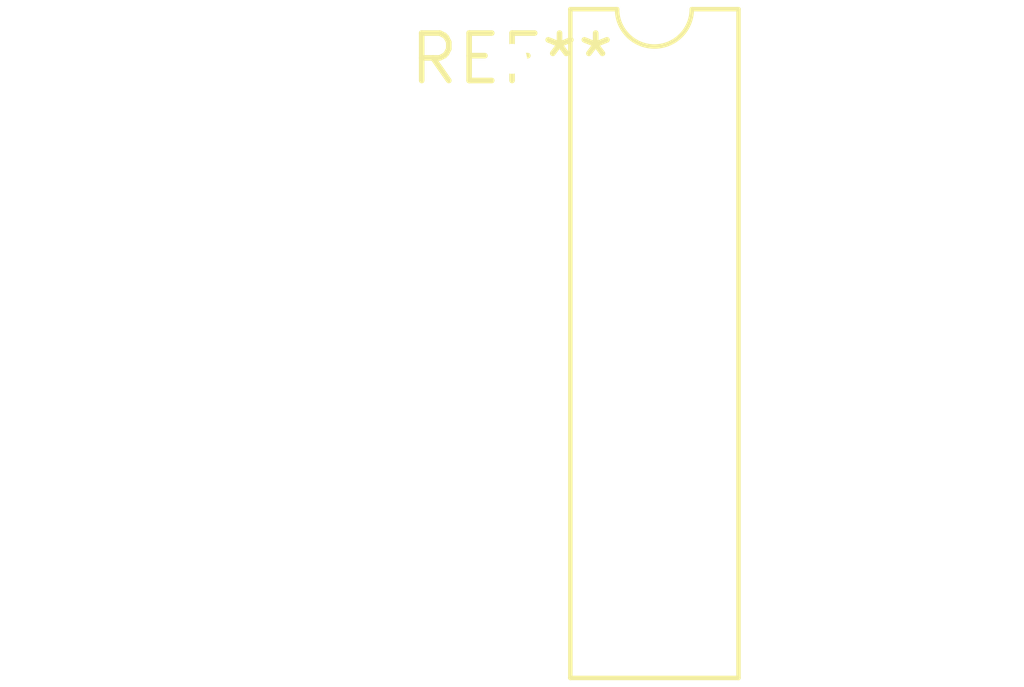
<source format=kicad_pcb>
(kicad_pcb (version 20240108) (generator pcbnew)
  (layers (0 "F.Cu" signal) (31 "B.Cu" signal) (34 "B.Paste" user) (35 "F.Paste" user) (36 "B.SilkS" user "B.Silkscreen") (37 "F.SilkS" user "F.Silkscreen") (38 "B.Mask" user) (39 "F.Mask" user) (44 "Edge.Cuts" user))
  (net 0 "")
  (footprint "DIP-14_W7.62mm_LongPads" (layer "F.Cu") (at 0 0)
    (property "Reference" "REF**")
    (property "Value" "DIP-14_W7.62mm_LongPads")
    (fp_line (start 1.56 -1.33) (end 1.56 16.57) (layer "F.SilkS") (stroke (width 0.12)))
    (fp_line (start 1.56 16.57) (end 6.06 16.57) (layer "F.SilkS") (stroke (width 0.12)))
    (fp_line (start 2.81 -1.33) (end 1.56 -1.33) (layer "F.SilkS") (stroke (width 0.12)))
    (fp_line (start 6.06 -1.33) (end 4.81 -1.33) (layer "F.SilkS") (stroke (width 0.12)))
    (fp_line (start 6.06 16.57) (end 6.06 -1.33) (layer "F.SilkS") (stroke (width 0.12)))
    (fp_arc (start 4.81 -1.33) (mid 3.81 -0.33) (end 2.81 -1.33) (layer "F.SilkS") (stroke (width 0.12)))
    (pad "1" thru_hole rect (at 0 0) (size 2.4 1.6) (drill 0.8) (layers *.Cu *.Mask) (remove_unused_layers))
    (pad "2" thru_hole oval (at 0 2.54) (size 2.4 1.6) (drill 0.8) (layers *.Cu *.Mask) (remove_unused_layers))
    (pad "3" thru_hole oval (at 0 5.08) (size 2.4 1.6) (drill 0.8) (layers *.Cu *.Mask) (remove_unused_layers))
    (pad "4" thru_hole oval (at 0 7.62) (size 2.4 1.6) (drill 0.8) (layers *.Cu *.Mask) (remove_unused_layers))
    (pad "5" thru_hole oval (at 0 10.16) (size 2.4 1.6) (drill 0.8) (layers *.Cu *.Mask) (remove_unused_layers))
    (pad "6" thru_hole oval (at 0 12.7) (size 2.4 1.6) (drill 0.8) (layers *.Cu *.Mask) (remove_unused_layers))
    (pad "7" thru_hole oval (at 0 15.24) (size 2.4 1.6) (drill 0.8) (layers *.Cu *.Mask) (remove_unused_layers))
    (pad "8" thru_hole oval (at 7.62 15.24) (size 2.4 1.6) (drill 0.8) (layers *.Cu *.Mask) (remove_unused_layers))
    (pad "9" thru_hole oval (at 7.62 12.7) (size 2.4 1.6) (drill 0.8) (layers *.Cu *.Mask) (remove_unused_layers))
    (pad "10" thru_hole oval (at 7.62 10.16) (size 2.4 1.6) (drill 0.8) (layers *.Cu *.Mask) (remove_unused_layers))
    (pad "11" thru_hole oval (at 7.62 7.62) (size 2.4 1.6) (drill 0.8) (layers *.Cu *.Mask) (remove_unused_layers))
    (pad "12" thru_hole oval (at 7.62 5.08) (size 2.4 1.6) (drill 0.8) (layers *.Cu *.Mask) (remove_unused_layers))
    (pad "13" thru_hole oval (at 7.62 2.54) (size 2.4 1.6) (drill 0.8) (layers *.Cu *.Mask) (remove_unused_layers))
    (pad "14" thru_hole oval (at 7.62 0) (size 2.4 1.6) (drill 0.8) (layers *.Cu *.Mask) (remove_unused_layers))
  )
)
</source>
